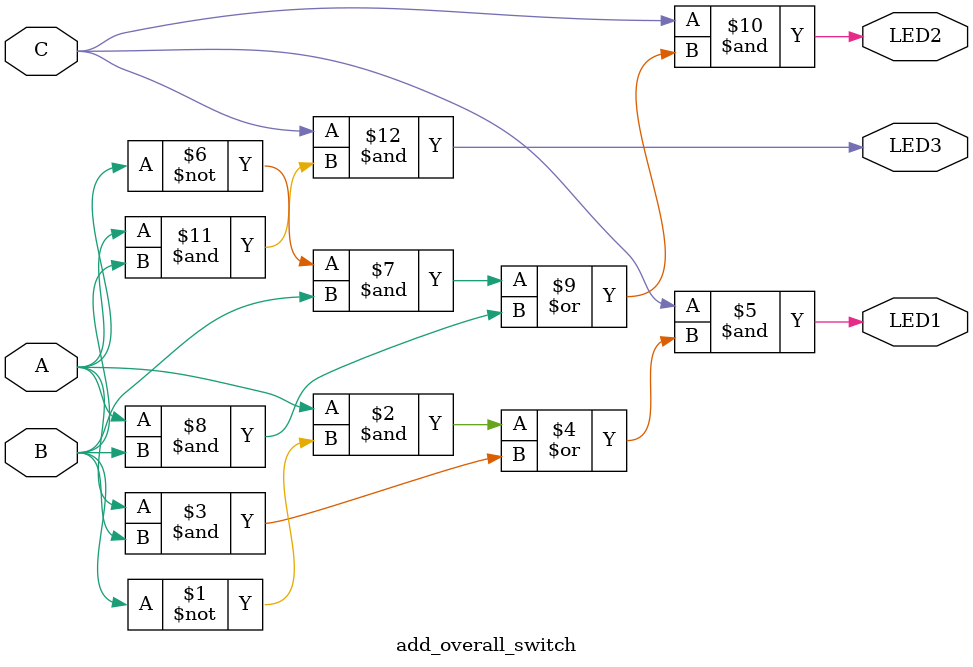
<source format=v>
`timescale 1ns / 1ps


module add_overall_switch(
    input A,
    input B,
    input C,
    output LED1,
    output LED2,
    output LED3
    );
    
    assign LED1 = C & ((A & ~B) | (A & B));
    assign LED2 = C & ((~A & B) | (A & B));
    assign LED3 = C & (A & B);
endmodule

</source>
